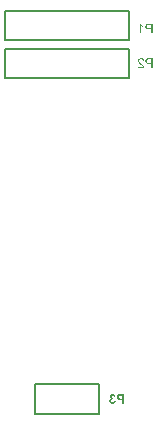
<source format=gbo>
G04 Layer_Color=32896*
%FSLAX25Y25*%
%MOIN*%
G70*
G01*
G75*
%ADD95C,0.00787*%
G36*
X24707Y57706D02*
X24785Y57702D01*
X24859Y57688D01*
X24929Y57674D01*
X24993Y57656D01*
X25054Y57637D01*
X25109Y57614D01*
X25160Y57591D01*
X25206Y57568D01*
X25243Y57545D01*
X25275Y57526D01*
X25303Y57508D01*
X25326Y57494D01*
X25340Y57480D01*
X25349Y57475D01*
X25354Y57471D01*
X25400Y57424D01*
X25442Y57374D01*
X25483Y57318D01*
X25515Y57263D01*
X25571Y57152D01*
X25608Y57041D01*
X25622Y56990D01*
X25636Y56939D01*
X25645Y56898D01*
X25654Y56861D01*
X25659Y56828D01*
Y56805D01*
X25663Y56792D01*
Y56787D01*
X25261Y56745D01*
X25252Y56852D01*
X25234Y56944D01*
X25206Y57027D01*
X25174Y57092D01*
X25146Y57147D01*
X25118Y57184D01*
X25100Y57207D01*
X25090Y57217D01*
X25021Y57272D01*
X24947Y57314D01*
X24869Y57346D01*
X24799Y57364D01*
X24735Y57378D01*
X24679Y57383D01*
X24661Y57388D01*
X24633D01*
X24536Y57383D01*
X24448Y57364D01*
X24374Y57337D01*
X24310Y57309D01*
X24259Y57277D01*
X24227Y57253D01*
X24203Y57235D01*
X24194Y57226D01*
X24139Y57161D01*
X24097Y57096D01*
X24065Y57032D01*
X24046Y56967D01*
X24033Y56916D01*
X24028Y56870D01*
X24023Y56842D01*
Y56838D01*
Y56833D01*
X24033Y56750D01*
X24051Y56662D01*
X24083Y56584D01*
X24116Y56510D01*
X24153Y56450D01*
X24185Y56399D01*
X24194Y56380D01*
X24203Y56366D01*
X24213Y56362D01*
Y56357D01*
X24250Y56306D01*
X24296Y56256D01*
X24347Y56200D01*
X24402Y56145D01*
X24518Y56034D01*
X24633Y55923D01*
X24693Y55872D01*
X24744Y55826D01*
X24795Y55784D01*
X24836Y55747D01*
X24869Y55720D01*
X24896Y55697D01*
X24915Y55683D01*
X24919Y55678D01*
X25035Y55581D01*
X25141Y55489D01*
X25229Y55405D01*
X25298Y55336D01*
X25358Y55276D01*
X25400Y55235D01*
X25423Y55207D01*
X25432Y55202D01*
Y55198D01*
X25497Y55119D01*
X25548Y55045D01*
X25594Y54971D01*
X25631Y54907D01*
X25659Y54851D01*
X25677Y54809D01*
X25686Y54782D01*
X25691Y54777D01*
Y54773D01*
X25710Y54722D01*
X25719Y54676D01*
X25728Y54629D01*
X25733Y54588D01*
X25737Y54551D01*
Y54523D01*
Y54505D01*
Y54500D01*
X23617D01*
Y54879D01*
X25192D01*
X25137Y54957D01*
X25109Y54990D01*
X25086Y55022D01*
X25063Y55050D01*
X25044Y55068D01*
X25030Y55082D01*
X25026Y55087D01*
X25003Y55110D01*
X24975Y55133D01*
X24910Y55193D01*
X24836Y55262D01*
X24758Y55332D01*
X24684Y55392D01*
X24652Y55419D01*
X24624Y55447D01*
X24601Y55466D01*
X24582Y55479D01*
X24573Y55489D01*
X24568Y55493D01*
X24495Y55558D01*
X24420Y55618D01*
X24356Y55678D01*
X24296Y55729D01*
X24240Y55780D01*
X24194Y55826D01*
X24148Y55867D01*
X24111Y55905D01*
X24074Y55941D01*
X24046Y55969D01*
X24023Y55992D01*
X24000Y56015D01*
X23977Y56043D01*
X23968Y56052D01*
X23903Y56131D01*
X23848Y56200D01*
X23801Y56270D01*
X23765Y56325D01*
X23737Y56376D01*
X23718Y56413D01*
X23709Y56436D01*
X23704Y56445D01*
X23677Y56514D01*
X23658Y56584D01*
X23640Y56648D01*
X23630Y56704D01*
X23626Y56755D01*
X23621Y56792D01*
Y56815D01*
Y56824D01*
X23626Y56893D01*
X23635Y56958D01*
X23644Y57023D01*
X23663Y57078D01*
X23709Y57189D01*
X23755Y57277D01*
X23783Y57318D01*
X23806Y57350D01*
X23829Y57383D01*
X23852Y57406D01*
X23871Y57424D01*
X23880Y57443D01*
X23889Y57448D01*
X23894Y57452D01*
X23945Y57498D01*
X24000Y57540D01*
X24060Y57572D01*
X24120Y57600D01*
X24240Y57646D01*
X24361Y57679D01*
X24411Y57688D01*
X24462Y57697D01*
X24508Y57702D01*
X24545Y57706D01*
X24578Y57711D01*
X24624D01*
X24707Y57706D01*
D02*
G37*
G36*
X28500Y54500D02*
X28075D01*
Y55798D01*
X27257D01*
X27137Y55803D01*
X27022Y55812D01*
X26920Y55826D01*
X26828Y55844D01*
X26740Y55863D01*
X26666Y55886D01*
X26597Y55914D01*
X26537Y55941D01*
X26486Y55964D01*
X26439Y55992D01*
X26403Y56015D01*
X26375Y56038D01*
X26352Y56052D01*
X26338Y56066D01*
X26329Y56075D01*
X26324Y56080D01*
X26278Y56135D01*
X26236Y56191D01*
X26204Y56246D01*
X26171Y56306D01*
X26144Y56366D01*
X26125Y56422D01*
X26093Y56528D01*
X26084Y56579D01*
X26074Y56625D01*
X26070Y56667D01*
X26065Y56699D01*
X26061Y56731D01*
Y56750D01*
Y56764D01*
Y56768D01*
X26065Y56856D01*
X26074Y56939D01*
X26093Y57013D01*
X26107Y57078D01*
X26125Y57133D01*
X26144Y57175D01*
X26153Y57198D01*
X26158Y57207D01*
X26195Y57277D01*
X26241Y57337D01*
X26282Y57392D01*
X26324Y57434D01*
X26361Y57466D01*
X26389Y57494D01*
X26407Y57508D01*
X26416Y57512D01*
X26476Y57549D01*
X26546Y57582D01*
X26610Y57609D01*
X26671Y57632D01*
X26726Y57646D01*
X26768Y57656D01*
X26800Y57665D01*
X26809D01*
X26878Y57674D01*
X26957Y57683D01*
X27040Y57688D01*
X27119Y57692D01*
X27188Y57697D01*
X28500D01*
Y54500D01*
D02*
G37*
G36*
X15249Y-54289D02*
X15336Y-54298D01*
X15419Y-54317D01*
X15489Y-54335D01*
X15544Y-54354D01*
X15590Y-54372D01*
X15618Y-54382D01*
X15623Y-54386D01*
X15627D01*
X15701Y-54428D01*
X15771Y-54474D01*
X15826Y-54520D01*
X15872Y-54562D01*
X15909Y-54603D01*
X15937Y-54636D01*
X15955Y-54654D01*
X15960Y-54663D01*
X16002Y-54733D01*
X16039Y-54807D01*
X16066Y-54885D01*
X16094Y-54959D01*
X16113Y-55028D01*
X16126Y-55079D01*
X16131Y-55102D01*
Y-55116D01*
X16136Y-55125D01*
Y-55130D01*
X15572Y-55222D01*
X15558Y-55148D01*
X15540Y-55084D01*
X15521Y-55028D01*
X15498Y-54987D01*
X15475Y-54950D01*
X15457Y-54922D01*
X15443Y-54908D01*
X15438Y-54904D01*
X15396Y-54867D01*
X15350Y-54839D01*
X15304Y-54820D01*
X15262Y-54807D01*
X15225Y-54797D01*
X15198Y-54793D01*
X15170D01*
X15115Y-54797D01*
X15059Y-54807D01*
X15018Y-54825D01*
X14981Y-54839D01*
X14948Y-54857D01*
X14930Y-54876D01*
X14916Y-54885D01*
X14911Y-54890D01*
X14879Y-54927D01*
X14856Y-54973D01*
X14837Y-55014D01*
X14828Y-55056D01*
X14819Y-55093D01*
X14814Y-55121D01*
Y-55139D01*
Y-55148D01*
X14819Y-55218D01*
X14833Y-55278D01*
X14856Y-55329D01*
X14879Y-55370D01*
X14907Y-55407D01*
X14925Y-55430D01*
X14944Y-55449D01*
X14948Y-55453D01*
X15004Y-55490D01*
X15064Y-55518D01*
X15128Y-55537D01*
X15189Y-55550D01*
X15244Y-55555D01*
X15290Y-55560D01*
X15332D01*
X15396Y-56054D01*
X15336Y-56040D01*
X15285Y-56026D01*
X15235Y-56017D01*
X15193Y-56012D01*
X15161Y-56008D01*
X15115D01*
X15050Y-56012D01*
X14995Y-56031D01*
X14944Y-56049D01*
X14897Y-56077D01*
X14865Y-56100D01*
X14837Y-56123D01*
X14819Y-56142D01*
X14814Y-56146D01*
X14773Y-56202D01*
X14740Y-56262D01*
X14717Y-56322D01*
X14699Y-56382D01*
X14690Y-56437D01*
X14685Y-56479D01*
Y-56507D01*
Y-56511D01*
Y-56516D01*
X14690Y-56604D01*
X14703Y-56682D01*
X14727Y-56752D01*
X14750Y-56807D01*
X14777Y-56849D01*
X14796Y-56881D01*
X14814Y-56904D01*
X14819Y-56909D01*
X14870Y-56955D01*
X14925Y-56992D01*
X14976Y-57015D01*
X15027Y-57033D01*
X15073Y-57043D01*
X15105Y-57047D01*
X15128Y-57052D01*
X15138D01*
X15202Y-57047D01*
X15258Y-57033D01*
X15309Y-57015D01*
X15355Y-56992D01*
X15387Y-56973D01*
X15415Y-56955D01*
X15433Y-56941D01*
X15438Y-56936D01*
X15480Y-56885D01*
X15517Y-56830D01*
X15540Y-56770D01*
X15563Y-56715D01*
X15577Y-56664D01*
X15586Y-56622D01*
X15590Y-56595D01*
Y-56590D01*
Y-56585D01*
X16182Y-56659D01*
X16173Y-56733D01*
X16154Y-56802D01*
X16113Y-56932D01*
X16062Y-57043D01*
X16029Y-57089D01*
X16002Y-57135D01*
X15974Y-57177D01*
X15946Y-57209D01*
X15923Y-57241D01*
X15900Y-57264D01*
X15881Y-57283D01*
X15868Y-57297D01*
X15858Y-57306D01*
X15854Y-57311D01*
X15798Y-57352D01*
X15738Y-57394D01*
X15683Y-57426D01*
X15618Y-57454D01*
X15498Y-57500D01*
X15387Y-57528D01*
X15332Y-57537D01*
X15285Y-57546D01*
X15244Y-57551D01*
X15207Y-57555D01*
X15175Y-57560D01*
X15133D01*
X15050Y-57555D01*
X14967Y-57546D01*
X14893Y-57532D01*
X14819Y-57514D01*
X14754Y-57491D01*
X14690Y-57468D01*
X14629Y-57440D01*
X14579Y-57412D01*
X14533Y-57385D01*
X14486Y-57357D01*
X14454Y-57334D01*
X14422Y-57311D01*
X14399Y-57292D01*
X14380Y-57278D01*
X14371Y-57269D01*
X14366Y-57264D01*
X14311Y-57209D01*
X14265Y-57149D01*
X14223Y-57089D01*
X14186Y-57029D01*
X14158Y-56964D01*
X14130Y-56904D01*
X14094Y-56793D01*
X14084Y-56742D01*
X14075Y-56691D01*
X14066Y-56650D01*
X14061Y-56613D01*
X14057Y-56585D01*
Y-56562D01*
Y-56548D01*
Y-56544D01*
X14066Y-56437D01*
X14084Y-56345D01*
X14107Y-56257D01*
X14140Y-56188D01*
X14172Y-56128D01*
X14195Y-56086D01*
X14214Y-56059D01*
X14223Y-56049D01*
X14288Y-55980D01*
X14362Y-55920D01*
X14435Y-55874D01*
X14505Y-55837D01*
X14565Y-55809D01*
X14616Y-55795D01*
X14634Y-55786D01*
X14648D01*
X14657Y-55781D01*
X14662D01*
X14579Y-55730D01*
X14509Y-55680D01*
X14449Y-55624D01*
X14394Y-55569D01*
X14348Y-55513D01*
X14311Y-55458D01*
X14283Y-55402D01*
X14255Y-55352D01*
X14237Y-55301D01*
X14223Y-55255D01*
X14214Y-55213D01*
X14209Y-55176D01*
X14204Y-55148D01*
X14200Y-55125D01*
Y-55111D01*
Y-55107D01*
X14204Y-55051D01*
X14209Y-55001D01*
X14237Y-54899D01*
X14269Y-54807D01*
X14311Y-54728D01*
X14352Y-54663D01*
X14389Y-54617D01*
X14403Y-54599D01*
X14417Y-54585D01*
X14422Y-54580D01*
X14426Y-54576D01*
X14477Y-54525D01*
X14537Y-54479D01*
X14593Y-54442D01*
X14653Y-54409D01*
X14717Y-54377D01*
X14777Y-54354D01*
X14893Y-54321D01*
X14944Y-54308D01*
X14995Y-54298D01*
X15036Y-54294D01*
X15078Y-54289D01*
X15110Y-54285D01*
X15152D01*
X15249Y-54289D01*
D02*
G37*
G36*
X19000Y-57500D02*
X18353D01*
Y-56294D01*
X17780D01*
X17711Y-56290D01*
X17646D01*
X17586Y-56285D01*
X17531Y-56280D01*
X17480Y-56276D01*
X17438Y-56271D01*
X17397D01*
X17365Y-56266D01*
X17332Y-56262D01*
X17309Y-56257D01*
X17291D01*
X17277Y-56253D01*
X17267D01*
X17203Y-56234D01*
X17143Y-56211D01*
X17087Y-56188D01*
X17037Y-56160D01*
X16995Y-56137D01*
X16963Y-56119D01*
X16944Y-56105D01*
X16935Y-56100D01*
X16875Y-56054D01*
X16824Y-56003D01*
X16773Y-55948D01*
X16736Y-55901D01*
X16704Y-55855D01*
X16681Y-55818D01*
X16667Y-55795D01*
X16662Y-55786D01*
X16625Y-55707D01*
X16598Y-55624D01*
X16579Y-55537D01*
X16565Y-55458D01*
X16556Y-55393D01*
Y-55361D01*
X16551Y-55338D01*
Y-55315D01*
Y-55301D01*
Y-55292D01*
Y-55287D01*
X16561Y-55153D01*
X16579Y-55028D01*
X16612Y-54927D01*
X16644Y-54834D01*
X16662Y-54797D01*
X16681Y-54765D01*
X16695Y-54737D01*
X16713Y-54710D01*
X16722Y-54691D01*
X16732Y-54677D01*
X16741Y-54673D01*
Y-54668D01*
X16815Y-54585D01*
X16889Y-54515D01*
X16967Y-54460D01*
X17037Y-54418D01*
X17101Y-54391D01*
X17152Y-54368D01*
X17170Y-54363D01*
X17184Y-54358D01*
X17194Y-54354D01*
X17198D01*
X17235Y-54344D01*
X17281Y-54335D01*
X17337Y-54331D01*
X17392Y-54326D01*
X17522Y-54317D01*
X17651Y-54308D01*
X17771D01*
X17822Y-54303D01*
X19000D01*
Y-57500D01*
D02*
G37*
G36*
X24504Y69132D02*
X24554Y69058D01*
X24615Y68985D01*
X24670Y68920D01*
X24725Y68864D01*
X24767Y68818D01*
X24785Y68804D01*
X24799Y68791D01*
X24804Y68786D01*
X24809Y68781D01*
X24906Y68703D01*
X25003Y68629D01*
X25095Y68564D01*
X25188Y68513D01*
X25266Y68467D01*
X25298Y68449D01*
X25326Y68435D01*
X25349Y68421D01*
X25368Y68416D01*
X25377Y68407D01*
X25381D01*
Y68028D01*
X25312Y68056D01*
X25243Y68088D01*
X25174Y68121D01*
X25109Y68153D01*
X25054Y68181D01*
X25007Y68204D01*
X24980Y68222D01*
X24975Y68227D01*
X24970D01*
X24887Y68278D01*
X24813Y68328D01*
X24749Y68375D01*
X24698Y68416D01*
X24652Y68449D01*
X24624Y68476D01*
X24601Y68495D01*
X24596Y68499D01*
Y66000D01*
X24203D01*
Y69211D01*
X24457D01*
X24504Y69132D01*
D02*
G37*
G36*
X28500Y66000D02*
X28075D01*
Y67298D01*
X27257D01*
X27137Y67303D01*
X27022Y67312D01*
X26920Y67326D01*
X26828Y67344D01*
X26740Y67363D01*
X26666Y67386D01*
X26597Y67414D01*
X26537Y67441D01*
X26486Y67465D01*
X26439Y67492D01*
X26403Y67515D01*
X26375Y67538D01*
X26352Y67552D01*
X26338Y67566D01*
X26329Y67575D01*
X26324Y67580D01*
X26278Y67636D01*
X26236Y67691D01*
X26204Y67746D01*
X26171Y67806D01*
X26144Y67866D01*
X26125Y67922D01*
X26093Y68028D01*
X26084Y68079D01*
X26074Y68125D01*
X26070Y68167D01*
X26065Y68199D01*
X26061Y68231D01*
Y68250D01*
Y68264D01*
Y68268D01*
X26065Y68356D01*
X26074Y68439D01*
X26093Y68513D01*
X26107Y68578D01*
X26125Y68633D01*
X26144Y68675D01*
X26153Y68698D01*
X26158Y68707D01*
X26195Y68777D01*
X26241Y68837D01*
X26282Y68892D01*
X26324Y68934D01*
X26361Y68966D01*
X26389Y68994D01*
X26407Y69008D01*
X26416Y69012D01*
X26476Y69049D01*
X26546Y69081D01*
X26610Y69109D01*
X26671Y69132D01*
X26726Y69146D01*
X26768Y69156D01*
X26800Y69165D01*
X26809D01*
X26878Y69174D01*
X26957Y69183D01*
X27040Y69188D01*
X27119Y69192D01*
X27188Y69197D01*
X28500D01*
Y66000D01*
D02*
G37*
%LPC*%
G36*
X18353Y-54843D02*
X17873D01*
X17827Y-54848D01*
X17785D01*
X17743Y-54853D01*
X17683D01*
X17637Y-54857D01*
X17605Y-54862D01*
X17586Y-54867D01*
X17582D01*
X17526Y-54880D01*
X17475Y-54899D01*
X17429Y-54922D01*
X17392Y-54950D01*
X17365Y-54973D01*
X17341Y-54991D01*
X17328Y-55005D01*
X17323Y-55010D01*
X17286Y-55056D01*
X17263Y-55102D01*
X17244Y-55153D01*
X17231Y-55199D01*
X17221Y-55241D01*
X17217Y-55273D01*
Y-55292D01*
Y-55301D01*
X17221Y-55352D01*
X17226Y-55398D01*
X17240Y-55440D01*
X17254Y-55476D01*
X17267Y-55509D01*
X17277Y-55532D01*
X17286Y-55546D01*
X17291Y-55550D01*
X17318Y-55587D01*
X17355Y-55620D01*
X17388Y-55647D01*
X17420Y-55670D01*
X17448Y-55684D01*
X17471Y-55698D01*
X17489Y-55703D01*
X17494Y-55707D01*
X17522Y-55717D01*
X17554Y-55721D01*
X17628Y-55735D01*
X17711Y-55744D01*
X17794Y-55749D01*
X17877D01*
X17910Y-55754D01*
X18353D01*
Y-54843D01*
D02*
G37*
G36*
X28075Y68818D02*
X27160D01*
X27077Y68814D01*
X27008Y68809D01*
X26952Y68804D01*
X26915Y68795D01*
X26888Y68791D01*
X26869Y68786D01*
X26864D01*
X26805Y68763D01*
X26754Y68735D01*
X26707Y68707D01*
X26666Y68675D01*
X26638Y68643D01*
X26615Y68620D01*
X26601Y68601D01*
X26597Y68596D01*
X26564Y68541D01*
X26537Y68486D01*
X26518Y68426D01*
X26509Y68375D01*
X26500Y68328D01*
X26495Y68287D01*
Y68264D01*
Y68259D01*
Y68255D01*
X26504Y68158D01*
X26523Y68074D01*
X26550Y68001D01*
X26583Y67940D01*
X26615Y67894D01*
X26643Y67857D01*
X26661Y67839D01*
X26671Y67830D01*
X26703Y67802D01*
X26744Y67779D01*
X26832Y67742D01*
X26929Y67714D01*
X27026Y67695D01*
X27114Y67686D01*
X27151Y67682D01*
X27183D01*
X27216Y67677D01*
X28075D01*
Y68818D01*
D02*
G37*
G36*
Y57318D02*
X27160D01*
X27077Y57314D01*
X27008Y57309D01*
X26952Y57304D01*
X26915Y57295D01*
X26888Y57291D01*
X26869Y57286D01*
X26864D01*
X26805Y57263D01*
X26754Y57235D01*
X26707Y57207D01*
X26666Y57175D01*
X26638Y57143D01*
X26615Y57120D01*
X26601Y57101D01*
X26597Y57096D01*
X26564Y57041D01*
X26537Y56986D01*
X26518Y56925D01*
X26509Y56875D01*
X26500Y56828D01*
X26495Y56787D01*
Y56764D01*
Y56759D01*
Y56755D01*
X26504Y56657D01*
X26523Y56574D01*
X26550Y56501D01*
X26583Y56440D01*
X26615Y56394D01*
X26643Y56357D01*
X26661Y56339D01*
X26671Y56330D01*
X26703Y56302D01*
X26744Y56279D01*
X26832Y56242D01*
X26929Y56214D01*
X27026Y56195D01*
X27114Y56186D01*
X27151Y56182D01*
X27183D01*
X27216Y56177D01*
X28075D01*
Y57318D01*
D02*
G37*
%LPD*%
D95*
X-20748Y63600D02*
X20748D01*
X-20748Y73400D02*
X20748D01*
X-20748Y63600D02*
Y73400D01*
X20748Y63600D02*
Y73400D01*
X-20748Y51006D02*
X20748D01*
X-20748Y60806D02*
X20748D01*
X-20748Y51006D02*
Y60806D01*
X20748Y51006D02*
Y60806D01*
X-10748Y-60806D02*
X10748D01*
X-10748Y-51006D02*
X10748D01*
X-10748Y-60806D02*
Y-51006D01*
X10748Y-60806D02*
Y-51006D01*
M02*

</source>
